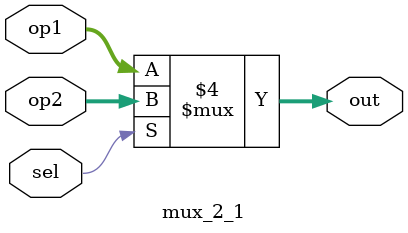
<source format=v>
`timescale 1ns / 1ps


module mux_2_1(op1,op2,sel,out);
input [7:0]op1,op2;
input sel;
output reg [7:0]out;
always@(sel or op1 or op2)
begin
if(sel==0)
out=op1;
else
out=op2;
end
endmodule

</source>
